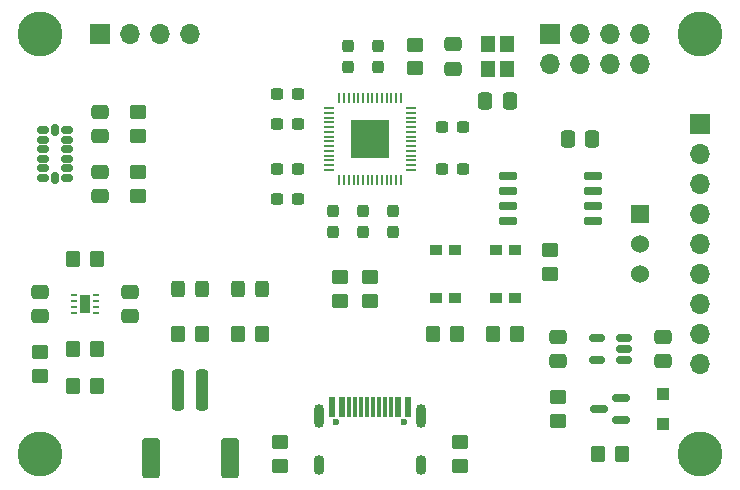
<source format=gts>
%TF.GenerationSoftware,KiCad,Pcbnew,(6.0.7)*%
%TF.CreationDate,2023-02-15T12:46:07-05:00*%
%TF.ProjectId,CDR_Board,4344525f-426f-4617-9264-2e6b69636164,rev?*%
%TF.SameCoordinates,Original*%
%TF.FileFunction,Soldermask,Top*%
%TF.FilePolarity,Negative*%
%FSLAX46Y46*%
G04 Gerber Fmt 4.6, Leading zero omitted, Abs format (unit mm)*
G04 Created by KiCad (PCBNEW (6.0.7)) date 2023-02-15 12:46:07*
%MOMM*%
%LPD*%
G01*
G04 APERTURE LIST*
G04 Aperture macros list*
%AMRoundRect*
0 Rectangle with rounded corners*
0 $1 Rounding radius*
0 $2 $3 $4 $5 $6 $7 $8 $9 X,Y pos of 4 corners*
0 Add a 4 corners polygon primitive as box body*
4,1,4,$2,$3,$4,$5,$6,$7,$8,$9,$2,$3,0*
0 Add four circle primitives for the rounded corners*
1,1,$1+$1,$2,$3*
1,1,$1+$1,$4,$5*
1,1,$1+$1,$6,$7*
1,1,$1+$1,$8,$9*
0 Add four rect primitives between the rounded corners*
20,1,$1+$1,$2,$3,$4,$5,0*
20,1,$1+$1,$4,$5,$6,$7,0*
20,1,$1+$1,$6,$7,$8,$9,0*
20,1,$1+$1,$8,$9,$2,$3,0*%
G04 Aperture macros list end*
%ADD10RoundRect,0.250000X-0.475000X0.337500X-0.475000X-0.337500X0.475000X-0.337500X0.475000X0.337500X0*%
%ADD11RoundRect,0.237500X0.300000X0.237500X-0.300000X0.237500X-0.300000X-0.237500X0.300000X-0.237500X0*%
%ADD12RoundRect,0.250000X-0.450000X0.350000X-0.450000X-0.350000X0.450000X-0.350000X0.450000X0.350000X0*%
%ADD13RoundRect,0.237500X0.237500X-0.300000X0.237500X0.300000X-0.237500X0.300000X-0.237500X-0.300000X0*%
%ADD14R,1.524000X1.524000*%
%ADD15C,1.524000*%
%ADD16RoundRect,0.250000X0.450000X-0.350000X0.450000X0.350000X-0.450000X0.350000X-0.450000X-0.350000X0*%
%ADD17RoundRect,0.250000X0.475000X-0.337500X0.475000X0.337500X-0.475000X0.337500X-0.475000X-0.337500X0*%
%ADD18RoundRect,0.237500X-0.300000X-0.237500X0.300000X-0.237500X0.300000X0.237500X-0.300000X0.237500X0*%
%ADD19RoundRect,0.250000X-0.250000X-1.500000X0.250000X-1.500000X0.250000X1.500000X-0.250000X1.500000X0*%
%ADD20RoundRect,0.250001X-0.499999X-1.449999X0.499999X-1.449999X0.499999X1.449999X-0.499999X1.449999X0*%
%ADD21R,1.700000X1.700000*%
%ADD22O,1.700000X1.700000*%
%ADD23RoundRect,0.250000X0.350000X0.450000X-0.350000X0.450000X-0.350000X-0.450000X0.350000X-0.450000X0*%
%ADD24R,1.200000X1.400000*%
%ADD25RoundRect,0.250000X-0.350000X-0.450000X0.350000X-0.450000X0.350000X0.450000X-0.350000X0.450000X0*%
%ADD26RoundRect,0.150000X-0.650000X-0.150000X0.650000X-0.150000X0.650000X0.150000X-0.650000X0.150000X0*%
%ADD27RoundRect,0.050000X0.387500X0.050000X-0.387500X0.050000X-0.387500X-0.050000X0.387500X-0.050000X0*%
%ADD28RoundRect,0.050000X0.050000X0.387500X-0.050000X0.387500X-0.050000X-0.387500X0.050000X-0.387500X0*%
%ADD29R,3.200000X3.200000*%
%ADD30RoundRect,0.237500X-0.237500X0.300000X-0.237500X-0.300000X0.237500X-0.300000X0.237500X0.300000X0*%
%ADD31R,1.000000X1.000000*%
%ADD32C,3.800000*%
%ADD33RoundRect,0.150000X0.512500X0.150000X-0.512500X0.150000X-0.512500X-0.150000X0.512500X-0.150000X0*%
%ADD34C,0.600000*%
%ADD35R,0.600000X1.660000*%
%ADD36R,0.300000X1.660000*%
%ADD37O,0.900000X2.000000*%
%ADD38O,0.900000X1.700000*%
%ADD39RoundRect,0.250000X0.325000X0.450000X-0.325000X0.450000X-0.325000X-0.450000X0.325000X-0.450000X0*%
%ADD40RoundRect,0.250000X-0.337500X-0.475000X0.337500X-0.475000X0.337500X0.475000X-0.337500X0.475000X0*%
%ADD41RoundRect,0.150000X0.325000X0.150000X-0.325000X0.150000X-0.325000X-0.150000X0.325000X-0.150000X0*%
%ADD42RoundRect,0.150000X0.150000X0.325000X-0.150000X0.325000X-0.150000X-0.325000X0.150000X-0.325000X0*%
%ADD43R,1.000000X0.900000*%
%ADD44RoundRect,0.150000X0.587500X0.150000X-0.587500X0.150000X-0.587500X-0.150000X0.587500X-0.150000X0*%
%ADD45R,0.500000X0.250000*%
%ADD46R,0.900000X1.600000*%
G04 APERTURE END LIST*
D10*
X124460000Y-100562500D03*
X124460000Y-102637500D03*
D11*
X146277500Y-86360000D03*
X144552500Y-86360000D03*
D12*
X160020000Y-113300000D03*
X160020000Y-115300000D03*
D13*
X153035000Y-81507500D03*
X153035000Y-79782500D03*
D14*
X175260000Y-93980000D03*
D15*
X175260000Y-96520000D03*
X175260000Y-99060000D03*
D12*
X149860000Y-99330000D03*
X149860000Y-101330000D03*
D16*
X132715000Y-92440000D03*
X132715000Y-90440000D03*
D17*
X177165000Y-106447500D03*
X177165000Y-104372500D03*
D18*
X158522500Y-90170000D03*
X160247500Y-90170000D03*
D19*
X136160000Y-108910000D03*
X138160000Y-108910000D03*
D20*
X140510000Y-114660000D03*
X133810000Y-114660000D03*
D16*
X168275000Y-111490000D03*
X168275000Y-109490000D03*
D21*
X129540000Y-78740000D03*
D22*
X132080000Y-78740000D03*
X134620000Y-78740000D03*
X137160000Y-78740000D03*
D12*
X152400000Y-99330000D03*
X152400000Y-101330000D03*
X132715000Y-85360000D03*
X132715000Y-87360000D03*
D16*
X167640000Y-99044000D03*
X167640000Y-97044000D03*
D23*
X159750000Y-104140000D03*
X157750000Y-104140000D03*
D21*
X180340000Y-86360000D03*
D22*
X180340000Y-88900000D03*
X180340000Y-91440000D03*
X180340000Y-93980000D03*
X180340000Y-96520000D03*
X180340000Y-99060000D03*
X180340000Y-101600000D03*
X180340000Y-104140000D03*
X180340000Y-106680000D03*
D17*
X168275000Y-106447500D03*
X168275000Y-104372500D03*
D24*
X163995000Y-81745000D03*
X163995000Y-79545000D03*
X162395000Y-79545000D03*
X162395000Y-81745000D03*
D25*
X141240000Y-104140000D03*
X143240000Y-104140000D03*
D21*
X167640000Y-78740000D03*
D22*
X167640000Y-81280000D03*
X170180000Y-78740000D03*
X170180000Y-81280000D03*
X172720000Y-78740000D03*
X172720000Y-81280000D03*
X175260000Y-78740000D03*
X175260000Y-81280000D03*
D10*
X132080000Y-100562500D03*
X132080000Y-102637500D03*
D26*
X164040000Y-90805000D03*
X164040000Y-92075000D03*
X164040000Y-93345000D03*
X164040000Y-94615000D03*
X171240000Y-94615000D03*
X171240000Y-93345000D03*
X171240000Y-92075000D03*
X171240000Y-90805000D03*
D27*
X155837500Y-90230000D03*
X155837500Y-89830000D03*
X155837500Y-89430000D03*
X155837500Y-89030000D03*
X155837500Y-88630000D03*
X155837500Y-88230000D03*
X155837500Y-87830000D03*
X155837500Y-87430000D03*
X155837500Y-87030000D03*
X155837500Y-86630000D03*
X155837500Y-86230000D03*
X155837500Y-85830000D03*
X155837500Y-85430000D03*
X155837500Y-85030000D03*
D28*
X155000000Y-84192500D03*
X154600000Y-84192500D03*
X154200000Y-84192500D03*
X153800000Y-84192500D03*
X153400000Y-84192500D03*
X153000000Y-84192500D03*
X152600000Y-84192500D03*
X152200000Y-84192500D03*
X151800000Y-84192500D03*
X151400000Y-84192500D03*
X151000000Y-84192500D03*
X150600000Y-84192500D03*
X150200000Y-84192500D03*
X149800000Y-84192500D03*
D27*
X148962500Y-85030000D03*
X148962500Y-85430000D03*
X148962500Y-85830000D03*
X148962500Y-86230000D03*
X148962500Y-86630000D03*
X148962500Y-87030000D03*
X148962500Y-87430000D03*
X148962500Y-87830000D03*
X148962500Y-88230000D03*
X148962500Y-88630000D03*
X148962500Y-89030000D03*
X148962500Y-89430000D03*
X148962500Y-89830000D03*
X148962500Y-90230000D03*
D28*
X149800000Y-91067500D03*
X150200000Y-91067500D03*
X150600000Y-91067500D03*
X151000000Y-91067500D03*
X151400000Y-91067500D03*
X151800000Y-91067500D03*
X152200000Y-91067500D03*
X152600000Y-91067500D03*
X153000000Y-91067500D03*
X153400000Y-91067500D03*
X153800000Y-91067500D03*
X154200000Y-91067500D03*
X154600000Y-91067500D03*
X155000000Y-91067500D03*
D29*
X152400000Y-87630000D03*
D30*
X149225000Y-93752500D03*
X149225000Y-95477500D03*
D11*
X146277500Y-90170000D03*
X144552500Y-90170000D03*
D31*
X177165000Y-109240000D03*
X177165000Y-111740000D03*
D30*
X154305000Y-93752500D03*
X154305000Y-95477500D03*
D32*
X124460000Y-78740000D03*
D11*
X146277500Y-83820000D03*
X144552500Y-83820000D03*
D17*
X129540000Y-92477500D03*
X129540000Y-90402500D03*
D25*
X136160000Y-104140000D03*
X138160000Y-104140000D03*
D33*
X173857500Y-106360000D03*
X173857500Y-105410000D03*
X173857500Y-104460000D03*
X171582500Y-104460000D03*
X171582500Y-106360000D03*
D13*
X150495000Y-81507500D03*
X150495000Y-79782500D03*
D34*
X155290000Y-111580000D03*
X149510000Y-111580000D03*
D35*
X149200000Y-110280000D03*
X150000000Y-110280000D03*
D36*
X151150000Y-110280000D03*
X152150000Y-110280000D03*
X152650000Y-110280000D03*
X153650000Y-110280000D03*
D35*
X154800000Y-110280000D03*
X155600000Y-110280000D03*
X155600000Y-110280000D03*
X154800000Y-110280000D03*
D36*
X154150000Y-110280000D03*
X153150000Y-110280000D03*
X151650000Y-110280000D03*
X150650000Y-110280000D03*
D35*
X150000000Y-110280000D03*
X149200000Y-110280000D03*
D37*
X148080000Y-111100000D03*
D38*
X148080000Y-115270000D03*
X156720000Y-115270000D03*
D37*
X156720000Y-111100000D03*
D32*
X180340000Y-78740000D03*
D23*
X164830000Y-104140000D03*
X162830000Y-104140000D03*
D25*
X127270000Y-105410000D03*
X129270000Y-105410000D03*
D39*
X138162500Y-100330000D03*
X136112500Y-100330000D03*
D40*
X169142500Y-87630000D03*
X171217500Y-87630000D03*
D41*
X126730000Y-90900000D03*
X126730000Y-90100000D03*
X126730000Y-89300000D03*
X126730000Y-88500000D03*
X126730000Y-87700000D03*
X126730000Y-86900000D03*
D42*
X125730000Y-86900000D03*
D41*
X124730000Y-86900000D03*
X124730000Y-87700000D03*
X124730000Y-88500000D03*
X124730000Y-89300000D03*
X124730000Y-90100000D03*
X124730000Y-90900000D03*
D42*
X125730000Y-90900000D03*
D43*
X159550000Y-101110000D03*
X159550000Y-97010000D03*
X157950000Y-101110000D03*
X157950000Y-97010000D03*
D23*
X129270000Y-108585000D03*
X127270000Y-108585000D03*
D39*
X143242500Y-100330000D03*
X141192500Y-100330000D03*
D44*
X173657500Y-111440000D03*
X173657500Y-109540000D03*
X171782500Y-110490000D03*
D32*
X180340000Y-114300000D03*
D40*
X162157500Y-84455000D03*
X164232500Y-84455000D03*
D11*
X146277500Y-92710000D03*
X144552500Y-92710000D03*
D12*
X124460000Y-105680000D03*
X124460000Y-107680000D03*
X156210000Y-79645000D03*
X156210000Y-81645000D03*
D45*
X127320000Y-100850000D03*
X127320000Y-101350000D03*
X127320000Y-101850000D03*
X127320000Y-102350000D03*
X129220000Y-102350000D03*
X129220000Y-101850000D03*
X129220000Y-101350000D03*
X129220000Y-100850000D03*
D46*
X128270000Y-101600000D03*
D25*
X127270000Y-97790000D03*
X129270000Y-97790000D03*
D18*
X158522500Y-86614000D03*
X160247500Y-86614000D03*
D32*
X124460000Y-114300000D03*
D43*
X164630000Y-97010000D03*
X164630000Y-101110000D03*
X163030000Y-97010000D03*
X163030000Y-101110000D03*
D25*
X171720000Y-114300000D03*
X173720000Y-114300000D03*
D17*
X159385000Y-81682500D03*
X159385000Y-79607500D03*
D10*
X129540000Y-85322500D03*
X129540000Y-87397500D03*
D12*
X144780000Y-113300000D03*
X144780000Y-115300000D03*
D30*
X151765000Y-93752500D03*
X151765000Y-95477500D03*
M02*

</source>
